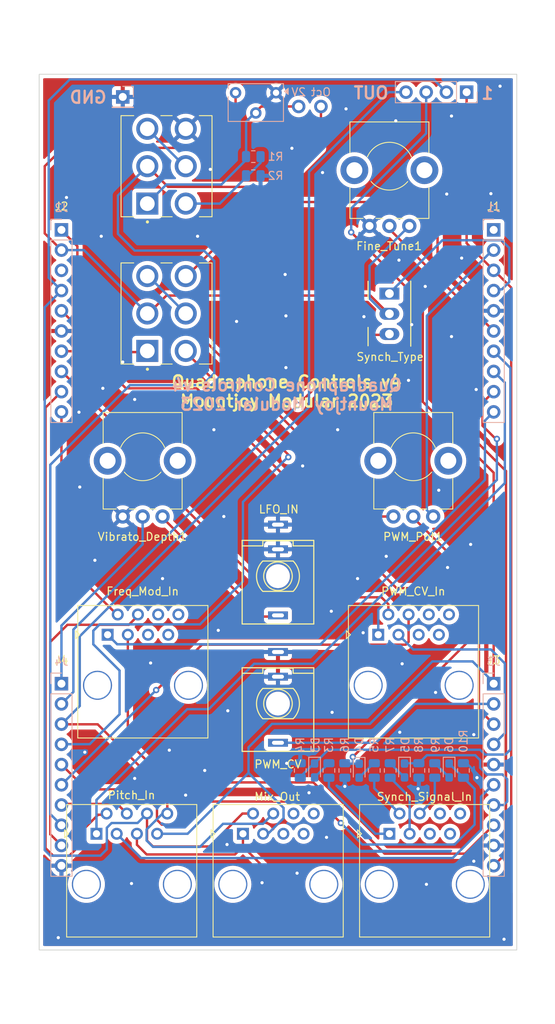
<source format=kicad_pcb>
(kicad_pcb (version 20221018) (generator pcbnew)
  (layers (0 "F.Cu" signal) (31 "B.Cu" signal) (34 "B.Paste" user) (35 "F.Paste" user) (36 "B.SilkS" user "B.Silkscreen") (37 "F.SilkS" user "F.Silkscreen") (38 "B.Mask" user) (39 "F.Mask" user) (44 "Edge.Cuts" user))
  (net 0 "")
  (net 1 "/PWM_CV4")
  (net 2 "/PWM_CV3")
  (net 3 "/PWM_CV2")
  (net 4 "/PWM_CV1")
  (net 5 "/MIX_OUT4")
  (net 6 "/MIX_OUT3")
  (net 7 "/MIX_OUT2")
  (net 8 "/MIX_OUT1")
  (net 9 "/SYNCH_SIGNAL4")
  (net 10 "/SYNCH_SIGNAL3")
  (net 11 "/SYNCH_SIGNAL2")
  (net 12 "/SYNCH_SIGNAL1")
  (net 13 "/FREQ_MOD4")
  (net 14 "/FREQ_MOD3")
  (net 15 "/FREQ_MOD2")
  (net 16 "/FREQ_MOD1")
  (net 17 "/V_PER_OCT4")
  (net 18 "/V_PER_OCT3")
  (net 19 "/V_PER_OCT2")
  (net 20 "/V_PER_OCT1")
  (net 21 "-5V")
  (net 22 "-12V")
  (net 23 "/HARD_SYNCH_SW")
  (net 24 "GND")
  (net 25 "/SAW_SW")
  (net 26 "+12V")
  (net 27 "+5V")
  (net 28 "+2V5")
  (net 29 "/PULSE_SW")
  (net 30 "/PWM_CV")
  (net 31 "/PWM_POT")
  (net 32 "/OCT_TUNE")
  (net 33 "/LIN_FREQ_IN")
  (net 34 "/SOFT_SYNCH_SW")
  (net 35 "/TRIANGLE_SW")
  (net 36 "/FINE_TUNE")
  (net 37 "/LFO_IN")
  (net 50 "/2V")
  (net 55 "/1V")
  (net 56 "Net-(SW2-Pin3)")
  (net 57 "Net-(SW3-Pin3)")
  (net 58 "/Synch1")
  (net 59 "/Synch2")
  (net 60 "/Synch3")
  (net 61 "/Synch4")
  (net 62 "Net-(D3-A)")
  (net 63 "Net-(D4-A)")
  (net 64 "Net-(D5-A)")
  (net 65 "Net-(D6-A)")
  (footprint "Custom_Footprints:RJ45_Molex_42878-8506" (layer "F.Cu") (at 97 118.5)
    (fp_text reference "J7" hide)
    (fp_text value "PWM_CV_In")
  )
  (footprint "Custom_Footprints:Alpha_9mm_Potentiometer_Aligned" (layer "F.Cu") (at 94 55)
    (fp_text reference "Fine_Tune1")
    (fp_text value "10k")
  )
  (footprint "Custom_Footprints:1mm_Test_Point" (layer "F.Cu") (at 82.6 47.5)
    (fp_text reference "TP1" hide)
    (fp_text value "2V_Test")
  )
  (footprint "Custom_Footprints:RJ45_Molex_42878-8506" (layer "F.Cu") (at 63 118.5)
    (fp_text reference "J9" hide)
    (fp_text value "Freq_Mod_In")
  )
  (footprint "Custom_Footprints:RJ45_Molex_42878-8506" (layer "F.Cu") (at 98.4 143.5)
    (fp_text reference "J8" hide)
    (fp_text value "Synch_Signal_In")
  )
  (footprint "Custom_Footprints:SPDTSubMiniature" (layer "F.Cu") (at 94 71 -90)
    (fp_text reference "SW1" hide)
    (fp_text value "Synch_Type")
  )
  (footprint "Custom_Footprints:Alpha_9mm_Potentiometer_Aligned" (layer "F.Cu") (at 63 91.5)
    (fp_text reference "Vibrato_Depth1")
    (fp_text value "10k")
  )
  (footprint "Custom_Footprints:1mm_Test_Point" (layer "F.Cu") (at 85.4 47.5)
    (fp_text reference "TP2" hide)
    (fp_text value "OctTest")
  )
  (footprint "Custom_Footprints:RJ45_Molex_42878-8506" (layer "F.Cu") (at 61.6 143.5)
    (fp_text reference "J10" hide)
    (fp_text value "Pitch_In")
  )
  (footprint "Custom_Footprints:100DP6T1B1M2QE_ON_ON_ON" (layer "F.Cu") (at 66 55 90)
    (fp_text reference "SW3" hide)
    (fp_text value "Output_Type")
  )
  (footprint "Custom_Footprints:100DP6T1B1M2QE_ON_ON_ON" (layer "F.Cu") (at 66 73.5 90)
    (fp_text reference "SW2" hide)
    (fp_text value "Output_Type")
  )
  (footprint "Custom_Footprints:RJ45_Molex_42878-8506" (layer "F.Cu") (at 80 143.5)
    (fp_text reference "J11" hide)
    (fp_text value "Mix_Out")
  )
  (footprint "Custom_Footprints:THONKICONN_hole" (layer "F.Cu") (at 80 106.5 180)
    (fp_text reference "J6" hide)
    (fp_text value "LFO_IN")
  )
  (footprint "Custom_Footprints:Alpha_9mm_Potentiometer_Aligned" (layer "F.Cu") (at 97 91.5)
    (fp_text reference "PWM_Pot1")
    (fp_text value "10k")
  )
  (footprint "Custom_Footprints:THONKICONN_hole" (layer "F.Cu") (at 80 122.5 180)
    (fp_text reference "J5" hide)
    (fp_text value "PWM_CV")
  )
  (footprint "Resistor_SMD:R_0805_2012Metric" (layer "B.Cu") (at 76.9 53.8)
    (fp_text reference "R1")
    (fp_text value "1k")
  )
  (footprint "Resistor_SMD:R_0805_2012Metric" (layer "B.Cu") (at 97.7 130.9 -90)
    (fp_text reference "R8")
    (fp_text value "12k")
  )
  (footprint "Connector_PinHeader_2.54mm:PinHeader_1x04_P2.54mm_Vertical" (layer "B.Cu") (at 103.7 45.7 90)
    (fp_text reference "J13" hide)
    (fp_text value "Conn_01x04_Male")
  )
  (footprint "Connector_PinSocket_2.54mm:PinSocket_1x10_P2.54mm_Vertical" (layer "B.Cu") (at 107.1 120 180)
    (fp_text reference "J3")
    (fp_text value "Conn_01x10_Female")
  )
  (footprint "Connector_PinHeader_2.54mm:PinHeader_1x01_P2.54mm_Vertical" (layer "B.Cu") (at 60.5 46.3 180)
    (fp_text reference "J14" hide)
    (fp_text value "Conn_01x01_Male")
  )
  (footprint "Connector_PinSocket_2.54mm:PinSocket_1x10_P2.54mm_Vertical" (layer "B.Cu") (at 52.8 120 180)
    (fp_text reference "J4")
    (fp_text value "Conn_01x10_Female")
  )
  (footprint "Resistor_SMD:R_0805_2012Metric" (layer "B.Cu") (at 99.7 130.9 90)
    (fp_text reference "R9")
    (fp_text value "10k")
  )
  (footprint "Resistor_SMD:R_0805_2012Metric" (layer "B.Cu") (at 88.4 130.9 -90)
    (fp_text reference "R6")
    (fp_text value "12k")
  )
  (footprint "Connector_PinSocket_2.54mm:PinSocket_1x10_P2.54mm_Vertical" (layer "B.Cu") (at 107.1 63 180)
    (fp_text reference "J1")
    (fp_text value "Conn_01x10_Female")
  )
  (footprint "Resistor_SMD:R_0805_2012Metric" (layer "B.Cu") (at 103.3 130.9 90)
    (fp_text reference "R10")
    (fp_text value "12k")
  )
  (footprint "Diode_SMD:D_0603_1608Metric_Pad1.05x0.95mm_HandSolder" (layer "B.Cu") (at 95.9 130.9 -90)
    (fp_text reference "D5")
    (fp_text value "D_Small")
  )
  (footprint "Resistor_SMD:R_0805_2012Metric" (layer "B.Cu") (at 92.1 130.9 90)
    (fp_text reference "R5")
    (fp_text value "10k")
  )
  (footprint "Diode_SMD:D_0603_1608Metric_Pad1.05x0.95mm_HandSolder" (layer "B.Cu") (at 90.2 130.925 -90)
    (fp_text reference "D4")
    (fp_text value "D_Small")
  )
  (footprint "Resistor_SMD:R_0805_2012Metric" (layer "B.Cu") (at 76.9 56.2)
    (fp_text reference "R2")
    (fp_text value "1k")
  )
  (footprint "Resistor_SMD:R_0805_2012Metric" (layer "B.Cu") (at 94.1 130.9 90)
    (fp_text reference "R7")
    (fp_text value "10k")
  )
  (footprint "Diode_SMD:D_0603_1608Metric_Pad1.05x0.95mm_HandSolder" (layer "B.Cu") (at 84.6 130.9 -90)
    (fp_text reference "D3")
    (fp_text value "D_Small")
  )
  (footprint "Resistor_SMD:R_0805_2012Metric" (layer "B.Cu") (at 82.8 130.9 90)
    (fp_text reference "R4")
    (fp_text value "12k")
  )
  (footprint "Diode_SMD:D_0603_1608Metric_Pad1.05x0.95mm_HandSolder" (layer "B.Cu") (at 101.5 130.9 -90)
    (fp_text reference "D6")
    (fp_text value "D_Small")
  )
  (footprint "Connector_PinSocket_2.54mm:PinSocket_1x10_P2.54mm_Vertical" (layer "B.Cu") (at 52.8 63 180)
    (fp_text reference "J2")
    (fp_text value "Conn_01x10_Female")
  )
  (footprint "Potentiometer_THT:Potentiometer_Bourns_3266W_Vertical" (layer "B.Cu") (at 74.675 45.775 180)
    (fp_text reference "OctaveTrim1" hide)
    (fp_text value "2k")
  )
  (footprint "Resistor_SMD:R_0805_2012Metric" (layer "B.Cu") (at 86.4 130.9 90)
    (fp_text reference "R3")
    (fp_text value "10k")
  )
  (gr_poly (pts (xy 81.3 46) (xy 80.8 45.6) (xy 81.3 45.2)) (stroke (width 0.1)) (fill solid) (layer "B.SilkS"))
  (gr_rect (start 50 43.45) (end 110 153.45) (stroke (width 0.1)) (fill none) (layer "Edge.Cuts"))
  (gr_text "OUT" (at 91.7 45.8) (layer "B.SilkS") (effects (font (size 1.5 1.5) (thickness 0.3)) (justify mirror)))
  (gr_text "GND" (at 56.15 46.35) (layer "B.SilkS") (effects (font (size 1.5 1.5) (thickness 0.3)) (justify mirror)))
  (gr_text "Quadraphone Controls v4\nMountjoy Modular 2023" (at 81.1 83.7) (layer "B.SilkS") (effects (font (size 1.5 1.5) (thickness 0.3)) (justify mirror)))
  (gr_text "1" (at 106.3 45.85) (layer "B.SilkS") (effects (font (size 1.5 1.5) (thickness 0.3)) (justify mirror)))
  (gr_text "J1" (at 107.1 60.05) (layer "F.SilkS") (effects (font (size 1 1))))
  (gr_text "Quadraphone Controls v4\nMountjoy Modular 2023" (at 81.1 83.3) (layer "F.SilkS") (effects (font (size 1.5 1.5) (thickness 0.3))))
  (gr_text "J4" (at 52.8 117.05) (layer "F.SilkS") (effects (font (size 1 1))))
  (gr_text "J3" (at 107.1 117.05) (layer "F.SilkS") (effects (font (size 1 1))))
  (gr_text "J2" (at 52.8 60.05) (layer "F.SilkS") (effects (font (size 1 1))))
  (segment (start 96.41 114.74) (end 96.05 115.1) (width 0.3) (layer "F.Cu") (net 1))
  (segment (start 96.41 111.46) (end 96.41 114.74) (width 0.3) (layer "F.Cu") (net 1))
  (segment (start 96.05 115.1) (end 70.45 115.1) (width 0.3) (layer "F.Cu") (net 1))
  (segment (start 70.45 115.1) (end 64.7 120.85) (width 0.3) (layer "F.Cu") (net 1))
  (via (at 64.7 120.800004) (size 0.8) (drill 0.4) (layers "F.Cu" "B.Cu") (net 1))
  (segment (start 64.699996 120.800004) (end 64.7 120.800004) (width 0.3) (layer "B.Cu") (net 1))
  (segment (start 52.8 132.7) (end 64.699996 120.800004) (width 0.3) (layer "B.Cu") (net 1))
  (segment (start 108.5 117.45) (end 108.5 126.22) (width 0.3) (layer "B.Cu") (net 2))
  (segment (start 108.5 126.22) (end 107.1 127.62) (width 0.3) (layer "B.Cu") (net 2))
  (segment (start 96.99 115.7) (end 106.75 115.7) (width 0.3) (layer "B.Cu") (net 2))
  (segment (start 106.75 115.7) (end 108.5 117.45) (width 0.3) (layer "B.Cu") (net 2))
  (segment (start 95.14 113.85) (end 96.99 115.7) (width 0.3) (layer "B.Cu") (net 2))
  (segment (start 93.87 110.02) (end 93 109.15) (width 0.3) (layer "F.Cu") (net 3))
  (segment (start 93 109.15) (end 79.5 109.15) (width 0.3) (layer "F.Cu") (net 3))
  (segment (start 79.5 109.15) (end 63.25 92.9) (width 0.3) (layer "F.Cu") (net 3))
  (segment (start 52.83 80.78) (end 52.8 80.78) (width 0.3) (layer "F.Cu") (net 3))
  (segment (start 63.25 91.2) (end 52.83 80.78) (width 0.3) (layer "F.Cu") (net 3))
  (segment (start 63.25 92.9) (end 63.25 91.2) (width 0.3) (layer "F.Cu") (net 3))
  (segment (start 93.87 111.46) (end 93.87 110.02) (width 0.3) (layer "F.Cu") (net 3))
  (segment (start 92.6 110.7) (end 108.5 94.8) (width 0.3) (layer "B.Cu") (net 4))
  (segment (start 108.5 82.18) (end 107.1 80.78) (width 0.3) (layer "B.Cu") (net 4))
  (segment (start 92.6 113.85) (end 92.6 110.7) (width 0.3) (layer "B.Cu") (net 4))
  (segment (start 108.5 94.8) (end 108.5 82.18) (width 0.3) (layer "B.Cu") (net 4))
  (segment (start 52.82 125.1) (end 52.8 125.08) (width 0.3) (layer "F.Cu") (net 5))
  (segment (start 66.1 133.85) (end 57.35 125.1) (width 0.3) (layer "F.Cu") (net 5))
  (segment (start 66.1 133.85) (end 66.1 136.45) (width 0.3) (layer "F.Cu") (net 5))
  (segment (start 57.35 125.1) (end 52.82 125.1) (width 0.3) (layer "F.Cu") (net 5))
  (segment (start 65.5 136.31) (end 66.09 136.31) (width 0.3) (layer "B.Cu") (net 5))
  (segment (start 83.9 55.7) (end 93.9 45.7) (width 0.3) (layer "B.Cu") (net 5))
  (segment (start 52.82 125.08) (end 55.1 122.8) (width 0.3) (layer "B.Cu") (net 5))
  (segment (start 70.2 140.5) (end 64.3 140.5) (width 0.3) (layer "B.Cu") (net 5))
  (segment (start 64.3 140.5) (end 63.5 139.7) (width 0.3) (layer "B.Cu") (net 5))
  (segment (start 73.1 137.6) (end 70.2 140.5) (width 0.3) (layer "B.Cu") (net 5))
  (segment (start 78.12 137.6) (end 73.1 137.6) (width 0.3) (layer "B.Cu") (net 5))
  (segment (start 93.9 45.7) (end 96.08 45.7) (width 0.3) (layer "B.Cu") (net 5))
  (segment (start 63.5 138.31) (end 65.5 136.31) (width 0.3) (layer "B.Cu") (net 5))
  (segment (start 63.5 139.7) (end 63.5 138.31) (width 0.3) (layer "B.Cu") (net 5))
  (segment (start 83.9 85.243599) (end 83.9 55.7) (width 0.3) (layer "B.Cu") (net 5))
  (segment (start 55.1 114.043599) (end 83.9 85.243599) (width 0.3) (layer "B.Cu") (net 5))
  (segment (start 79.41 136.31) (end 78.12 137.6) (width 0.3) (layer "B.Cu") (net 5))
  (segment (start 52.8 125.08) (end 52.82 125.08) (width 0.3) (layer "B.Cu") (net 5))
  (segment (start 55.1 122.8) (end 55.1 114.043599) (width 0.3) (layer "B.Cu") (net 5))
  (segment (start 107.1 93.5) (end 98.2 84.6) (width 0.3) (layer "F.Cu") (net 6))
  (segment (start 107.1 120) (end 107.1 93.5) (width 0.3) (layer "F.Cu") (net 6))
  (segment (start 98.2 72.299996) (end 89.200004 63.3) (width 0.3) (layer "F.Cu") (net 6))
  (segment (start 98.2 84.6) (end 98.2 72.299996) (width 0.3) (layer "F.Cu") (net 6))
  (via (at 89.200004 63.3) (size 0.8) (drill 0.4) (layers "F.Cu" "B.Cu") (net 6))
  (segment (start 79.25 125.05) (end 76.3 128) (width 0.3) (layer "B.Cu") (net 6))
  (segment (start 98.62 50.88) (end 89.200004 60.299996) (width 0.3) (layer "B.Cu") (net 6))
  (segment (start 76.3 128) (end 76.3 131.2) (width 0.3) (layer "B.Cu") (net 6))
  (segment (start 98.62 45.7) (end 98.62 50.88) (width 0.3) (layer "B.Cu") (net 6))
  (segment (start 104.45 117.2) (end 99.4 117.2) (width 0.3) (layer "B.Cu") (net 6))
  (segment (start 78.75 138.85) (end 78.14 138.85) (width 0.3) (layer "B.Cu") (net 6))
  (segment (start 107.1 119.85) (end 104.45 117.2) (width 0.3) (layer "B.Cu") (net 6))
  (segment (start 91.55 125.05) (end 79.25 125.05) (width 0.3) (layer "B.Cu") (net 6))
  (segment (start 76.3 131.2) (end 80.7 135.6) (width 0.3) (layer "B.Cu") (net 6))
  (segment (start 68.65 138.85) (end 64.82 138.85) (width 0.3) (layer "B.Cu") (net 6))
  (segment (start 80.7 135.6) (end 80.7 136.9) (width 0.3) (layer "B.Cu") (net 6))
  (segment (start 76.3 131.2) (end 68.65 138.85) (width 0.3) (layer "B.Cu") (net 6))
  (segment (start 80.7 136.9) (end 78.75 138.85) (width 0.3) (layer "B.Cu") (net 6))
  (segment (start 89.200004 60.299996) (end 89.200004 63.3) (width 0.3) (layer "B.Cu") (net 6))
  (segment (start 99.4 117.2) (end 91.55 125.05) (width 0.3) (layer "B.Cu") (net 6))
  (segment (start 64.3 140.45) (end 71.4 140.45) (width 0.3) (layer "F.Cu") (net 7))
  (segment (start 63.55 139.7) (end 64.3 140.45) (width 0.3) (layer "F.Cu") (net 7))
  (segment (start 71.4 140.45) (end 75.54 136.31) (width 0.3) (layer "F.Cu") (net 7))
  (segment (start 63.55 136.46) (end 63.55 139.7) (width 0.3) (layer "F.Cu") (net 7))
  (segment (start 75.54 136.31) (end 76.87 136.31) (width 0.3) (layer "F.Cu") (net 7))
  (segment (start 51.4 141.6) (end 57.7 141.6) (width 0.3) (layer "B.Cu") (net 7))
  (segment (start 63.55 136.31) (end 62.36 137.5) (width 0.3) (layer "B.Cu") (net 7))
  (segment (start 51.2 69.02) (end 51.2 46.75) (width 0.3) (layer "B.Cu") (net 7))
  (segment (start 58.5 138.1) (end 58.5 140.8) (width 0.3) (layer "B.Cu") (net 7))
  (segment (start 50.7 140.9) (end 51.4 141.6) (width 0.3) (layer "B.Cu") (net 7))
  (segment (start 59.1 137.5) (end 58.5 138.1) (width 0.3) (layer "B.Cu") (net 7))
  (segment (start 53.85 44.1) (end 99.56 44.1) (width 0.3) (layer "B.Cu") (net 7))
  (segment (start 52.8 70.62) (end 51.2 69.02) (width 0.3) (layer "B.Cu") (net 7))
  (segment (start 51.2 46.75) (end 53.85 44.1) (width 0.3) (layer "B.Cu") (net 7))
  (segment (start 99.56 44.1) (end 101.16 45.7) (width 0.3) (layer "B.Cu") (net 7))
  (segment (start 52.8 70.62) (end 50.7 72.72) (width 0.3) (layer "B.Cu") (net 7))
  (segment (start 58.5 140.8) (end 57.7 141.6) (width 0.3) (layer "B.Cu") (net 7))
  (segment (start 50.7 72.72) (end 50.7 140.9) (width 0.3) (layer "B.Cu") (net 7))
  (segment (start 62.36 137.5) (end 59.1 137.5) (width 0.3) (layer "B.Cu") (net 7))
  (segment (start 103.7 64.68) (end 103.7 45.7) (width 0.3) (layer "F.Cu") (net 8))
  (segment (start 62.28 139) (end 62.28 140.23) (width 0.3) (layer "F.Cu") (net 8))
  (segment (start 109.3 145.25) (end 109.3 70.25) (width 0.3) (layer "F.Cu") (net 8))
  (segment (start 107.1 68.08) (end 103.7 64.68) (width 0.3) (layer "F.Cu") (net 8))
  (segment (start 62.28 140.23) (end 63.5 141.45) (width 0.3) (layer "F.Cu") (net 8))
  (segment (start 75.6 140.45) (end 83.8 148.65) (width 0.3) (layer "F.Cu") (net 8))
  (segment (start 74.6 141.45) (end 75.6 140.45) (width 0.3) (layer "F.Cu") (net 8))
  (segment (start 109.3 70.25) (end 107.13 68.08) (width 0.3) (layer "F.Cu") (net 8))
  (segment (start 63.5 141.45) (end 74.6 141.45) (width 0.3) (layer "F.Cu") (net 8))
  (segment (start 75.6 140.45) (end 75.6 139) (width 0.3) (layer "F.Cu") (net 8))
  (segment (start 83.8 148.65) (end 105.9 148.65) (width 0.3) (layer "F.Cu") (net 8))
  (segment (start 105.9 148.65) (end 109.3 145.25) (width 0.3) (layer "F.Cu") (net 8))
  (segment (start 107.13 68.08) (end 107.1 68.08) (width 0.3) (layer "F.Cu") (net 8))
  (segment (start 99.7 134.42) (end 97.81 136.31) (width 0.3) (layer "B.Cu") (net 9))
  (segment (start 99.7 131.8125) (end 99.7 134.42) (width 0.3) (layer "B.Cu") (net 9))
  (segment (start 96.54 134.2525) (end 96.54 138.85) (width 0.3) (layer "B.Cu") (net 10))
  (segment (start 94.1 131.8125) (end 96.54 134.2525) (width 0.3) (layer "B.Cu") (net 10))
  (segment (start 92.1 131.8125) (end 92.1 133.14) (width 0.3) (layer "B.Cu") (net 11))
  (segment (start 92.1 133.14) (end 95.27 136.31) (width 0.3) (layer "B.Cu") (net 11))
  (segment (start 86.4 133) (end 86.4 131.8125) (width 0.3) (layer "B.Cu") (net 12))
  (segment (start 94 138.85) (end 92.25 138.85) (width 0.3) (layer "B.Cu") (net 12))
  (segment (start 92.25 138.85) (end 86.4 133) (width 0.3) (layer "B.Cu") (net 12))
  (segment (start 53.55 112.6) (end 51.4 114.75) (width 0.3) (layer "F.Cu") (net 13))
  (segment (start 51.4 138.92) (end 52.8 140.32) (width 0.3) (layer "F.Cu") (net 13))
  (segment (start 51.4 114.75) (end 51.4 138.92) (width 0.3) (layer "F.Cu") (net 13))
  (segment (start 61.27 112.6) (end 53.55 112.6) (width 0.3) (layer "F.Cu") (net 13))
  (segment (start 62.41 111.46) (end 61.27 112.6) (width 0.3) (layer "F.Cu") (net 13))
  (segment (start 103.5 141.35) (end 93.4 141.35) (width 0.3) (layer "F.Cu") (net 14))
  (segment (start 66.25 132.4) (end 61.14 127.29) (width 0.3) (layer "F.Cu") (net 14))
  (segment (start 107.1 137.78) (end 107.07 137.78) (width 0.3) (layer "F.Cu") (net 14))
  (segment (start 93.4 141.35) (end 84.45 132.4) (width 0.3) (layer "F.Cu") (net 14))
  (segment (start 61.14 127.29) (end 61.14 114) (width 0.3) (layer "F.Cu") (net 14))
  (segment (start 84.45 132.4) (end 66.25 132.4) (width 0.3) (layer "F.Cu") (net 14))
  (segment (start 107.07 137.78) (end 103.5 141.35) (width 0.3) (layer "F.Cu") (net 14))
  (segment (start 52.8 104.35) (end 52.8 85.86) (width 0.3) (layer "F.Cu") (net 15))
  (segment (start 59.87 111.42) (end 52.8 104.35) (width 0.3) (layer "F.Cu") (net 15))
  (segment (start 106 94.4) (end 106 86.96) (width 0.3) (layer "B.Cu") (net 16))
  (segment (start 85.35 115.05) (end 106 94.4) (width 0.3) (layer "B.Cu") (net 16))
  (segment (start 58.6 113.85) (end 59.8 115.05) (width 0.3) (layer "B.Cu") (net 16))
  (segment (start 106 86.96) (end 107.1 85.86) (width 0.3) (layer "B.Cu") (net 16))
  (segment (start 59.8 115.05) (end 85.35 115.05) (width 0.3) (layer "B.Cu") (net 16))
  (segment (start 52.8 135.24) (end 52.94 135.1) (width 0.3) (layer "F.Cu") (net 17))
  (segment (start 52.94 135.1) (end 59.8 135.1) (width 0.3) (layer "F.Cu") (net 17))
  (segment (start 59.8 135.1) (end 61.01 136.31) (width 0.3) (layer "F.Cu") (net 17))
  (segment (start 107 132.7) (end 105.5 134.2) (width 0.3) (layer "B.Cu") (net 18))
  (segment (start 105.5 138.35) (end 101.95 141.9) (width 0.3) (layer "B.Cu") (net 18))
  (segment (start 107.1 132.7) (end 107 132.7) (width 0.3) (layer "B.Cu") (net 18))
  (segment (start 62.79 141.9) (end 59.74 138.85) (width 0.3) (layer "B.Cu") (net 18))
  (segment (start 101.95 141.9) (end 62.79 141.9) (width 0.3) (layer "B.Cu") (net 18))
  (segment (start 105.5 134.2) (end 105.5 138.35) (width 0.3) (layer "B.Cu") (net 18))
  (segment (start 50.8 85.32) (end 50.8 140.65) (width 0.3) (layer "F.Cu") (net 19))
  (segment (start 53.8 141.6) (end 54.9 140.5) (width 0.3) (layer "F.Cu") (net 19))
  (segment (start 52.8 83.32) (end 50.8 85.32) (width 0.3) (layer "F.Cu") (net 19))
  (segment (start 54.9 140.5) (end 54.9 138.96934) (width 0.3) (layer "F.Cu") (net 19))
  (segment (start 50.8 140.65) (end 51.75 141.6) (width 0.3) (layer "F.Cu") (net 19))
  (segment (start 54.9 138.96934) (end 57.40934 136.46) (width 0.3) (layer "F.Cu") (net 19))
  (segment (start 57.40934 136.46) (end 58.47 136.46) (width 0.3) (layer "F.Cu") (net 19))
  (segment (start 51.75 141.6) (end 53.8 141.6) (width 0.3) (layer "F.Cu") (net 19))
  (segment (start 107.5 89.4) (end 105.7 87.6) (width 0.3) (layer "F.Cu") (net 20))
  (segment (start 105.7 87.6) (end 105.7 84.72) (width 0.3) (layer "F.Cu") (net 20))
  (segment (start 105.7 84.72) (end 107.1 83.32) (width 0.3) (layer "F.Cu") (net 20))
  (via (at 107.5 89.25) (size 0.8) (drill 0.4) (layers "F.Cu" "B.Cu") (net 20))
  (segment (start 84.4 117.5) (end 107.5 94.4) (width 0.3) (layer "B.Cu") (net 20))
  (segment (start 107.5 94.4) (end 107.5 89.25) (width 0.3) (layer "B.Cu") (net 20))
  (segment (start 57.2 138.85) (end 57.2 134.6) (width 0.3) (layer "B.Cu") (net 20))
  (segment (start 57.2 134.6) (end 68.6 123.2) (width 0.3) (layer "B.Cu") (net 20))
  (segment (start 68.6 123.2) (end 71.3 123.2) (width 0.3) (layer "B.Cu") (net 20))
  (segment (start 77 117.5) (end 84.4 117.5) (width 0.3) (layer "B.Cu") (net 20))
  (segment (start 71.3 123.2) (end 77 117.5) (width 0.3) (layer "B.Cu") (net 20))
  (segment (start 99.5 99) (end 98.7 98.2) (width 0.3) (layer "B.Cu") (net 22))
  (segment (start 98.7 73.8) (end 107.1 65.4) (width 0.3) (layer "B.Cu") (net 22))
  (segment (start 98.7 98.2) (end 98.7 73.8) (width 0.3) (layer "B.Cu") (net 22))
  (segment (start 108.1 64.3) (end 100.6539 64.3) (width 0.3) (layer "B.Cu") (net 23))
  (segment (start 107.1 70.47) (end 108.13 70.47) (width 0.3) (layer "B.Cu") (net 23))
  (segment (start 109.05 69.55) (end 109.05 65.25) (width 0.3) (layer "B.Cu") (net 23))
  (segment (start 108.13 70.47) (end 109.05 69.55) (width 0.3) (layer "B.Cu") (net 23))
  (segment (start 109.05 65.25) (end 108.1 64.3) (width 0.3) (layer "B.Cu") (net 23))
  (segment (start 100.6539 64.3) (end 94 70.9539) (width 0.3) (layer "B.Cu") (net 23))
  (via (at 101.8 76.4) (size 0.8) (drill 0.4) (layers "F.Cu" "B.Cu") (net 24))
  (via (at 95.6 117.5) (size 0.8) (drill 0.4) (layers "F.Cu" "B.Cu") (net 24))
  (via (at 101.8 48.7) (size 0.8) (drill 0.4) (layers "F.Cu" "B.Cu") (net 24))
  (via (at 65.5 106.8) (size 0.8) (drill 0.4) (layers "F.Cu" "B.Cu") (net 24))
  (via (at 88.55 47.8) (size 0.8) (drill 0.4) (layers "F.Cu" "B.Cu") (net 24))
  (via (at 104.9 83.05) (size 0.8) (drill 0.4) (layers "F.Cu" "B.Cu") (net 24))
  (via (at 107.9 44.95) (size 0.8) (drill 0.4) (layers "F.Cu" "B.Cu") (net 24))
  (via (at 94.8 49.3) (size 0.8) (drill 0.4) (layers "F.Cu" "B.Cu") (net 24))
  (via (at 73.2 99) (size 0.8) (drill 0.4) (layers "F.Cu" "B.Cu") (net 24))
  (via (at 104.6 142.3) (size 0.8) (drill 0.4) (layers "F.Cu" "B.Cu") (net 24))
  (via (at 61.6 145.1) (size 0.8) (drill 0.4) (layers "F.Cu" "B.Cu") (net 24))
  (via (at 71.95 88.1) (size 0.8) (drill 0.4) (layers "F.Cu" "B.Cu") (net 24))
  (via (at 95.2 66.8) (size 0.8) (drill 0.4) (layers "F.Cu" "B.Cu") (net 24))
  (via (at 81.75 52.75) (size 0.8) (drill 0.4) (layers "F.Cu" "B.Cu") (net 24))
  (via (at 98.5 70.1) (size 0.8) (drill 0.4) (layers "F.Cu" "B.Cu") (net 24))
  (via (at 81 73.8) (size 0.8) (drill 0.4) (layers "F.Cu" "B.Cu") (net 24))
  (via (at 81.1 130) (size 0.8) (drill 0.4) (layers "F.Cu" "B.Cu") (net 24))
  (via (at 81 80.3) (size 0.8) (drill 0.4) (layers "F.Cu" "B.Cu") (net 24))
  (via (at 87.5 88.1) (size 0.8) (drill 0.4) (layers "F.Cu" "B.Cu") (net 24))
  (via (at 62 84.3) (size 0.8) (drill 0.4) (layers "F.Cu" "B.Cu") (net 24))
  (via (at 101.2 58.5) (size 0.8) (drill 0.4) (layers "F.Cu" "B.Cu") (net 24))
  (via (at 58 82.9) (size 0.8) (drill 0.4) (layers "F.Cu" "B.Cu") (net 24))
  (via (at 60.5 79.6) (size 0.8) (drill 0.4) (layers "F.Cu" "B.Cu") (net 24))
  (via (at 73.6 140.2) (size 0.8) (drill 0.4) (layers "F.Cu" "B.Cu") (net 24))
  (via (at 100.2 95.7) (size 0.8) (drill 0.4) (layers "F.Cu" "B.Cu") (net 24))
  (via (at 73.7 123.4) (size 0.8) (drill 0.4) (layers "F.Cu" "B.Cu") (net 24))
  (via (at 64 117.4) (size 0.8) (drill 0.4) (layers "F.Cu" "B.Cu") (net 24))
  (via (at 97.6 133.2) (size 0.8) (drill 0.4) (layers "F.Cu" "B.Cu") (net 24))
  (via (at 55.1 95.3) (size 0.8) (drill 0.4) (layers "F.Cu" "B.Cu") (net 24))
  (via (at 86.7 110.9) (size 0.8) (drill 0.4) (layers "F.Cu" "B.Cu") (net 24))
  (via (at 83.9 133.7) (size 0.8) (drill 0.4) (layers "F.Cu" "B.Cu") (net 24))
  (via (at 104.206066 102.506066) (size 0.8) (drill 0.4) (layers "F.Cu" "B.Cu") (net 24))
  (via (at 55 85.9) (size 0.8) (drill 0.4) (layers "F.Cu" "B.Cu") (net 24))
  (via (at 62 131.9) (size 0.8) (drill 0.4) (layers "F.Cu" "B.Cu") (net 24))
  (via (at 88.4 132.9) (size 0.8) (drill 0.4) (layers "F.Cu" "B.Cu") (net 24))
  (via (at 52.4 151.9) (size 0.8) (drill 0.4) (layers "F.Cu" "B.Cu") (net 24))
  (via (at 66.35 128.35) (size 0.8) (drill 0.4) (layers "F.Cu" "B.Cu") (net 24))
  (via (at 90.7 113.6) (size 0.8) (drill 0.4) (layers "F.Cu" "B.Cu") (net 24))
  (via (at 72.5 113.3) (size 0.8) (drill 0.4) (layers "F.Cu" "B.Cu") (net 24))
  (via (at 57.8 63.8) (size 0.8) (drill 0.4) (layers "F.Cu" "B.Cu") (net 24))
  (via (at 82.4 143.8) (size 0.8) (drill 0.4) (layers "F.Cu" "B.Cu") (net 24))
  (via (at 90.8 73.9) (size 0.8) (drill 0.4) (layers "F.Cu" "B.Cu") (net 24))
  (via (at 96.4 81.9) (size 0.8) (drill 0.4) (layers "F.Cu" "B.Cu") (net 24))
  (via (at 55.732654 128.606684) (size 0.8) (drill 0.4) (layers "F.Cu" "B.Cu") (net 24))
  (via (at 93.6 104) (size 0.8) (drill 0.4) (layers "F.Cu" "B.Cu") (net 24))
  (via (at 70.8 130.9) (size 0.8) (drill 0.4) (layers "F.Cu" "B.Cu") (net 24))
  (via (at 83.1 92.65) (size 0.8) (drill 0.4) (layers "F.Cu" "B.Cu") (net 24))
  (via (at 74.8 74.5) (size 0.8) (drill 0.4) (layers "F.Cu" "B.Cu") (net 24))
  (via (at 53.430331 58.930331) (size 0.8) (drill 0.4) (layers "F.Cu" "B.Cu") (net 24))
  (via (at 71.5 55.4) (size 0.8) (drill 0.4) (layers "F.Cu" "B.Cu") (net 24))
  (via (at 57 104.5) (size 0.8) (drill 0.4) (layers "F.Cu" "B.Cu") (net 24))
  (via (at 86.8 123.6) (size 0.8) (drill 0.4) (layers "F.Cu" "B.Cu") (net 24))
  (via (at 106.75 58.45) (size 0.8) (drill 0.4) (layers "F.Cu" "B.Cu") (net 24))
  (via (at 108.4 152.1) (size 0.8) (drill 0.4) (layers "F.Cu" "B.Cu") (net 24))
  (via (at 95.3 126.1) (size 0.8) (drill 0.4) (layers "F.Cu" "B.Cu") (net 24))
  (via (at 85.6 55.8) (size 0.8) (drill 0.4) (layers "F.Cu" "B.Cu") (net 24))
  (via (at 69.9 63.8) (size 0.8) (drill 0.4) (layers "F.Cu" "B.Cu") (net 24))
  (via (at 90 106.8) (size 0.8) (drill 0.4) (layers "F.Cu" "B.Cu") (net 24))
  (via (at 78 145) (size 0.8) (drill 0.4) (layers "F.Cu" "B.Cu") (net 24))
  (via (at 80.9 68.6) (size 0.8) (drill 0.4) (layers "F.Cu" "B.Cu") (net 24))
  (via (at 104.6 126.4) (size 0.8) (drill 0.4) (layers "F.Cu" "B.Cu") (net 24))
  (via (at 86.1 139.3) (size 0.8) (drill 0.4) (layers "F.Cu" "B.Cu") (net 24))
  (via (at 103.0755 66.543192) (size 0.8) (drill 0.4) (layers "F.Cu" "B.Cu") (net 24))
  (via (at 99.8 121.1) (size 0.8) (drill 0.4) (layers "F.Cu" "B.Cu") (net 24))
  (via (at 98.65 145.2) (size 0.8) (drill 0.4) (layers "F.Cu" "B.Cu") (net 24))
  (via (at 68.4 134) (size 0.8) (drill 0.4) (layers "F.Cu" "B.Cu") (net 24))
  (via (at 101.306066 105.406066) (size 0.8) (drill 0.4) (layers "F.Cu" "B.Cu") (net 24))
  (via (at 105 131.8) (size 0.8) (drill 0.4) (layers "F.Cu" "B.Cu") (net 24))
  (via (at 96.8 74.9) (size 0.8) (drill 0.4) (layers "F.Cu" "B.Cu") (net 24))
  (segment (start 78.0125 56.2) (end 78.0125 56.4875) (width 0.3) (layer "B.Cu") (net 24))
  (segment (start 103.6875 129.9875) (end 105 131.3) (width 0.3) (layer "B.Cu") (net 24))
  (segment (start 105 131.3) (end 105 131.8) (width 0.3) (layer "B.Cu") (net 24))
  (segment (start 103.3 129.9875) (end 103.6875 129.9875) (width 0.3) (layer "B.Cu") (net 24))
  (segment (start 105.7 74.3) (end 107.1 75.7) (width 0.3) (layer "F.Cu") (net 25))
  (segment (start 100.05 66.1) (end 105.7 71.75) (width 0.3) (layer "F.Cu") (net 25))
  (segment (start 100.05 62) (end 100.05 66.1) (width 0.3) (layer "F.Cu") (net 25))
  (segment (start 68.415 68.935) (end 77.85 59.5) (width 0.3) (layer "F.Cu") (net 25))
  (segment (start 105.7 71.75) (end 105.7 74.3) (width 0.3) (layer "F.Cu") (net 25))
  (segment (start 97.55 59.5) (end 100.05 62) (width 0.3) (layer "F.Cu") (net 25))
  (segment (start 77.85 59.5) (end 97.55 59.5) (width 0.3) (layer "F.Cu") (net 25))
  (segment (start 54.8 68.65) (end 54.8 65.05) (width 0.3) (layer "F.Cu") (net 26))
  (segment (start 54.8 65.05) (end 52.8 63.05) (width 0.3) (layer "F.Cu") (net 26))
  (segment (start 92.9 99) (end 69.75 75.85) (width 0.3) (layer "F.Cu") (net 26))
  (segment (start 62 75.85) (end 54.8 68.65) (width 0.3) (layer "F.Cu") (net 26))
  (segment (start 52.8 63.05) (end 52.8 63) (width 0.3) (layer "F.Cu") (net 26))
  (segment (start 94.5 99) (end 92.9 99) (width 0.3) (layer "F.Cu") (net 26))
  (segment (start 69.75 75.85) (end 62 75.85) (width 0.3) (layer "F.Cu") (net 26))
  (segment (start 65.985 71.25) (end 91.6061 71.25) (width 0.3) (layer "F.Cu") (net 27))
  (segment (start 50.7 55) (end 53 52.7) (width 0.3) (layer "F.Cu") (net 27))
  (segment (start 52.8 65.54) (end 50.7 63.44) (width 0.3) (layer "F.Cu") (net 27))
  (segment (start 72.6 52.7) (end 74.675 50.625) (width 0.3) (layer "F.Cu") (net 27))
  (segment (start 63.585 73.65) (end 65.985 71.25) (width 0.3) (layer "F.Cu") (net 27))
  (segment (start 74.675 50.625) (end 74.675 45.775) (width 0.3) (layer "F.Cu") (net 27))
  (segment (start 91.6061 71.25) (end 94 73.6439) (width 0.3) (layer "F.Cu") (net 27))
  (segment (start 53 52.7) (end 72.6 52.7) (width 0.3) (layer "F.Cu") (net 27))
  (segment (start 50.7 63.44) (end 50.7 55) (width 0.3) (layer "F.Cu") (net 27))
  (segment (start 55.625 65.54) (end 63.585 73.5) (width 0.3) (layer "B.Cu") (net 27))
  (segment (start 94 73.4939) (end 93.3939 73.4939) (width 0.3) (layer "B.Cu") (net 27))
  (segment (start 52.8 65.54) (end 55.625 65.54) (width 0.3) (layer "B.Cu") (net 27))
  (segment (start 93.3939 73.4939) (end 91.5 71.6) (width 0.3) (layer "B.Cu") (net 27))
  (segment (start 91.5 71.6) (end 91.5 67.5) (width 0.3) (layer "B.Cu") (net 27))
  (segment (start 91.5 67.5) (end 96.5 62.5) (width 0.3) (layer "B.Cu") (net 27))
  (segment (start 63.585 78.35) (end 58 78.35) (width 0.3) (layer "F.Cu") (net 29))
  (segment (start 58 78.35) (end 52.81 73.16) (width 0.3) (layer "F.Cu") (net 29))
  (segment (start 52.81 73.16) (end 52.8 73.16) (width 0.3) (layer "F.Cu") (net 29))
  (segment (start 97.18 122.54) (end 92.3 127.42) (width 0.3) (layer "B.Cu") (net 30))
  (segment (start 107.1 122.54) (end 97.18 122.54) (width 0.3) (layer "B.Cu") (net 30))
  (segment (start 92.3 127.42) (end 80 127.42) (width 0.3) (layer "B.Cu") (net 30))
  (segment (start 105.249502 123.229502) (end 107.1 125.08) (width 0.3) (layer "F.Cu") (net 31))
  (segment (start 105.249502 107.399502) (end 105.249502 123.229502) (width 0.3) (layer "F.Cu") (net 31))
  (segment (start 97 99.15) (end 105.249502 107.399502) (width 0.3) (layer "F.Cu") (net 31))
  (segment (start 80.6 57.6) (end 85.4 52.8) (width 0.3) (layer "F.Cu") (net 32))
  (segment (start 66.185 57.6) (end 80.6 57.6) (width 0.3) (layer "F.Cu") (net 32))
  (segment (start 85.4 52.8) (end 85.4 47.5) (width 0.3) (layer "F.Cu") (net 32))
  (segment (start 63.585 55) (end 66.185 57.6) (width 0.3) (layer "F.Cu") (net 32))
  (segment (start 72 81) (end 72 66.9) (width 0.3) (layer "B.Cu") (net 32))
  (segment (start 70.5 82.5) (end 72 81) (width 0.3) (layer "B.Cu") (net 32))
  (segment (start 51.4 92.5) (end 61.4 82.5) (width 0.3) (layer "B.Cu") (net 32))
  (segment (start 59.9 58.685) (end 59.9 63.5) (width 0.3) (layer "B.Cu") (net 32))
  (segment (start 62 65.6) (end 70.7 65.6) (width 0.3) (layer "B.Cu") (net 32))
  (segment (start 61.4 82.5) (end 70.5 82.5) (width 0.3) (layer "B.Cu") (net 32))
  (segment (start 70.7 65.6) (end 72 66.9) (width 0.3) (layer "B.Cu") (net 32))
  (segment (start 52.8 137.78) (end 51.4 136.38) (width 0.3) (layer "B.Cu") (net 32))
  (segment (start 59.9 63.5) (end 62 65.6) (width 0.3) (layer "B.Cu") (net 32))
  (segment (start 63.585 55) (end 59.9 58.685) (width 0.3) (layer "B.Cu") (net 32))
  (segment (start 51.4 136.38) (end 51.4 92.5) (width 0.3) (layer "B.Cu") (net 32))
  (segment (start 63 102.5) (end 52.8 112.7) (width 0.3) (layer "B.Cu") (net 33))
  (segment (start 52.8 120) (end 52.8 119.85) (width 0.3) (layer "B.Cu") (net 33))
  (segment (start 52.8 112.7) (end 52.8 120) (width 0.3) (layer "B.Cu") (net 33))
  (segment (start 63 99) (end 63 102.5) (width 0.3) (layer "B.Cu") (net 33))
  (segment (start 91.3161 76.1839) (end 82.5 85) (width 0.3) (layer "F.Cu") (net 34))
  (segment (start 82.5 85) (end 82.5 85.00001) (width 0.3) (layer "F.Cu") (net 34))
  (segment (start 94 76.1839) (end 91.3161 76.1839) (width 0.3) (layer "F.Cu") (net 34))
  (via (at 82.5 85.00001) (size 0.8) (drill 0.4) (layers "F.Cu" "B.Cu") (net 34))
  (segment (start 54.3 113.20001) (end 82.5 85.00001) (width 0.3) (layer "B.Cu") (net 34))
  (segment (start 54.3 121.04) (end 54.3 113.20001) (width 0.3) (layer "B.Cu") (net 34))
  (segment (start 52.8 122.54) (end 54.3 121.04) (width 0.3) (layer "B.Cu") (net 34))
  (segment (start 81.3 91.235) (end 68.415 78.35) (width 0.3) (layer "F.Cu") (net 35))
  (segment (start 81.3 91.7) (end 81.3 91.235) (width 0.3) (layer "F.Cu") (net 35))
  (via (at 81.3 91.55) (size 0.8) (drill 0.4) (layers "F.Cu" "B.Cu") (net 35))
  (segment (start 56.8 115.05) (end 56.8 113.35) (width 0.3) (layer "B.Cu") (net 35))
  (segment (start 75.6 97.175) (end 81.225 91.55) (width 0.3) (layer "B.Cu") (net 35))
  (segment (start 52.8 127.62) (end 52.82 127.6) (width 0.3) (layer "B.Cu") (net 35))
  (segment (start 75.6 107.15) (end 75.6 97.175) (width 0.3) (layer "B.Cu") (net 35))
  (segment (start 56.8 113.35) (end 57.6 112.55) (width 0.3) (layer "B.Cu") (net 35))
  (segment (start 57.6 112.55) (end 70.2 112.55) (width 0.3) (layer "B.Cu") (net 35))
  (segment (start 56.35 127.6) (end 60.1 123.85) (width 0.3) (layer "B.Cu") (net 35))
  (segment (start 81.225 91.55) (end 81.3 91.55) (width 0.3) (layer "B.Cu") (net 35))
  (segment (start 52.82 127.6) (end 56.35 127.6) (width 0.3) (layer "B.Cu") (net 35))
  (segment (start 60.1 118.35) (end 56.8 115.05) (width 0.3) (layer "B.Cu") (net 35))
  (segment (start 70.2 112.55) (end 75.6 107.15) (width 0.3) (layer "B.Cu") (net 35))
  (segment (start 60.1 123.85) (end 60.1 118.35) (width 0.3) (layer "B.Cu") (net 35))
  (segment (start 108.65 93.3) (end 108.65 141.31) (width 0.3) (layer "F.Cu") (net 36))
  (segment (start 94 62.65) (end 94 62.9) (width 0.3) (layer "F.Cu") (net 36))
  (segment (start 94 62.9) (end 103.7 72.6) (width 0.3) (layer "F.Cu") (net 36))
  (segment (start 103.7 88.35) (end 108.65 93.3) (width 0.3) (layer "F.Cu") (net 36))
  (segment (start 108.65 141.31) (end 107.1 142.86) (width 0.3) (layer "F.Cu") (net 36))
  (segment (start 103.7 72.6) (end 103.7 88.35) (width 0.3) (layer "F.Cu") (net 36))
  (segment (start 80 111.57) (end 77.92 111.57) (width 0.3) (layer "F.Cu") (net 37))
  (segment (start 77.92 111.57) (end 65.5 99.15) (width 0.3) (layer "F.Cu") (net 37))
  (segment (start 82.6 47.5) (end 77.9 47.5) (width 0.3) (layer "F.Cu") (net 50))
  (segment (start 77.9 47.5) (end 77.085 48.315) (width 0.3) (layer "F.Cu") (net 50))
  (segment (start 65.985 57.3) (end 72.9 57.3) (width 0.3) (layer "B.Cu") (net 50))
  (segment (start 75.9875 54.2125) (end 75.9875 53.8) (width 0.3) (layer "B.Cu") (net 50))
  (segment (start 72.9 57.3) (end 75.9875 54.2125) (width 0.3) (layer "B.Cu") (net 50))
  (segment (start 75.9875 53.8) (end 76 53.7875) (width 0.3) (layer "B.Cu") (net 50))
  (segment (start 76 53.7875) (end 76 49.4) (width 0.3) (layer "B.Cu") (net 50))
  (segment (start 76 49.4) (end 77.085 48.315) (width 0.3) (layer "B.Cu") (net 50))
  (segment (start 63.585 59.7) (end 65.985 57.3) (width 0.3) (layer "B.Cu") (net 50))
  (segment (start 72.6875 59.7) (end 68.415 59.7) (width 0.3) (layer "B.Cu") (net 55))
  (segment (start 77.8125 53.8) (end 77.8125 54.575) (width 0.3) (layer "B.Cu") (net 55))
  (segment (start 77.8125 54.575) (end 72.6875 59.7) (width 0.3) (layer "B.Cu") (net 55))
  (segment (start 63.715 68.8) (end 63.585 68.8) (width 0.3) (layer "B.Cu") (net 56))
  (segment (start 68.415 73.5) (end 63.715 68.8) (width 0.3) (layer "B.Cu") (net 56))
  (segment (start 63.585 50.3) (end 68.285 55) (width 0.3) (layer "B.Cu") (net 57))
  (segment (start 68.285 55) (end 68.415 55) (width 0.3) (layer "B.Cu") (net 57))
  (segment (start 108.575 128.9) (end 106 128.9) (width 0.3) (layer "B.Cu") (net 58))
  (segment (start 109.2 128.275) (end 108.575 128.9) (width 0.3) (layer "B.Cu") (net 58))
  (segment (start 86.325 128.3) (end 84.6 130.025) (width 0.3) (layer "B.Cu") (net 58))
  (segment (start 84.4875 130.025) (end 82.7 131.8125) (width 0.3) (layer "B.Cu") (net 58))
  (segment (start 107.1 78.24) (end 109.2 80.34) (width 0.3) (layer "B.Cu") (net 58))
  (segment (start 109.2 80.34) (end 109.2 128.275) (width 0.3) (layer "B.Cu") (net 58))
  (segment (start 106 128.9) (end 105.4 128.3) (width 0.3) (layer "B.Cu") (net 58))
  (segment (start 105.4 128.3) (end 86.325 128.3) (width 0.3) (layer "B.Cu") (net 58))
  (segment (start 103.7 109.5) (end 103.7 114.9) (width 0.3) (layer "F.Cu") (net 59))
  (segment (start 52.8 78.24) (end 56.24 78.24) (width 0.3) (layer "F.Cu") (net 59))
  (segment (start 103.7 114.9) (end 89.4 129.2) (width 0.3) (layer "F.Cu") (net 59))
  (segment (start 94.9 108) (end 102.2 108) (width 0.3) (layer "F.Cu") (net 59))
  (segment (start 102.2 108) (end 103.7 109.5) (width 0.3) (layer "F.Cu") (net 59))
  (segment (start 60.9 82.9) (end 69.8 82.9) (width 0.3) (layer "F.Cu") (net 59))
  (segment (start 56.24 78.24) (end 60.9 82.9) (width 0.3) (layer "F.Cu") (net 59))
  (segment (start 69.8 82.9) (end 94.9 108) (width 0.3) (layer "F.Cu") (net 59))
  (via (at 89.4 129.2) (size 0.8) (drill 0.4) (layers "F.Cu" "B.Cu") (net 59))
  (segment (start 89.4 129.4) (end 89.4 129.2) (width 0.3) (layer "B.Cu") (net 59))
  (segment (start 89.4 130.05) (end 88.4625 130.05) (width 0.3) (layer "B.Cu") (net 59))
  (segment (start 89.4 130.05) (end 89.4 129.4) (width 0.3) (layer "B.Cu") (net 59))
  (segment (start 88.4625 130.05) (end 88.4 129.9875) (width 0.3) (layer "B.Cu") (net 59))
  (segment (start 90.2 130.05) (end 89.4 130.05) (width 0.3) (layer "B.Cu") (net 59))
  (segment (start 105.4 129.6) (end 104.785 128.985) (width 0.3) (layer "B.Cu") (net 60))
  (segment (start 108.8 132) (end 108.2 131.4) (width 0.3) (layer "B.Cu") (net 60))
  (segment (start 95.9375 129.9875) (end 95.9 130.025) (width 0.3) (layer "B.Cu") (net 60))
  (segment (start 98.7025 128.985) (end 97.7 129.9875) (width 0.3) (layer "B.Cu") (net 60))
  (segment (start 104.785 128.985) (end 98.7025 128.985) (width 0.3) (layer "B.Cu") (net 60))
  (segment (start 105.4 130.561827) (end 105.4 129.6) (width 0.3) (layer "B.Cu") (net 60))
  (segment (start 108.2 131.4) (end 106.238173 131.4) (width 0.3) (layer "B.Cu") (net 60))
  (segment (start 106.238173 131.4) (end 105.4 130.561827) (width 0.3) (layer "B.Cu") (net 60))
  (segment (start 107.1 135.24) (end 108.36 135.24) (width 0.3) (layer "B.Cu") (net 60))
  (segment (start 97.7 129.9875) (end 95.9375 129.9875) (width 0.3) (layer "B.Cu") (net 60))
  (segment (start 108.8 134.8) (end 108.8 132) (width 0.3) (layer "B.Cu") (net 60))
  (segment (start 108.36 135.24) (end 108.8 134.8) (width 0.3) (layer "B.Cu") (net 60))
  (segment (start 62.476332 133.276332) (end 64.8 135.6) (width 0.3) (layer "F.Cu") (net 61))
  (segment (start 85.2 134.8) (end 87.9 137.5) (width 0.3) (layer "F.Cu") (net 61))
  (segment (start 64.8 135.6) (end 64.8 137.1) (width 0.3) (layer "F.Cu") (net 61))
  (segment (start 55.916332 133.276332) (end 62.476332 133.276332) (width 0.3) (layer "F.Cu") (net 61))
  (segment (start 70.6 134.8) (end 85.2 134.8) (width 0.3) (layer "F.Cu") (net 61))
  (segment (start 52.8 130.16) (end 55.916332 133.276332) (width 0.3) (layer "F.Cu") (net 61))
  (segment (start 64.8 137.1) (end 65.4 137.7) (width 0.3) (layer "F.Cu") (net 61))
  (segment (start 65.4 137.7) (end 67.7 137.7) (width 0.3) (layer "F.Cu") (net 61))
  (segment (start 67.7 137.7) (end 70.6 134.8) (width 0.3) (layer "F.Cu") (net 61))
  (via (at 87.9 137.5) (size 0.8) (drill 0.4) (layers "F.Cu" "B.Cu") (net 61))
  (segment (start 104.7 133.2125) (end 104.7 137.7) (width 0.3) (layer "B.Cu") (net 61))
  (segment (start 102.2 140.2) (end 90.6 140.2) (width 0.3) (layer "B.Cu") (net 61))
  (segment (start 101.5 130.025) (end 103.2875 131.8125) (width 0.3) (layer "B.Cu") (net 61))
  (segment (start 104.7 137.7) (end 102.2 140.2) (width 0.3) (layer "B.Cu") (net 61))
  (segment (start 103.2875 131.8125) (end 103.3 131.8125) (width 0.3) (layer "B.Cu") (net 61))
  (segment (start 90.6 140.2) (end 87.9 137.5) (width 0.3) (layer "B.Cu") (net 61))
  (segment (start 103.3 131.8125) (end 104.7 133.2125) (width 0.3) (layer "B.Cu") (net 61))
  (segment (start 86.3875 129.9875) (end 84.6 131.775) (width 0.3) (layer "B.Cu") (net 62))
  (segment (start 92.1 129.9875) (end 92.0125 129.9875) (width 0.3) (layer "B.Cu") (net 63))
  (segment (start 92.0125 129.9875) (end 90.2 131.8) (width 0.3) (layer "B.Cu") (net 63))
  (segment (start 95.9 131.775) (end 95.8875 131.775) (width 0.3) (layer "B.Cu") (net 64))
  (segment (start 95.8875 131.775) (end 94.1 129.9875) (width 0.3) (layer "B.Cu") (net 64))
  (segment (start 99.7 129.9875) (end 99.7125 129.9875) (width 0.3) (layer "B.Cu") (net 65))
  (segment (start 99.7125 129.9875) (end 101.5 131.775) (width 0.3) (layer "B.Cu") (net 65))
  (zone (net 24) (net_name "GND") (layers "F&B.Cu") (priority 1) (connect_pads (clearance 0.508)) (min_thickness 0.254) (fill yes (thermal_gap 0.508) (thermal_bridge_width 0.508))
    (polygon (pts (xy 111 154.1) (xy 49 154.1) (xy 49 41.5) (xy 111 41.5)))
  )
)
</source>
